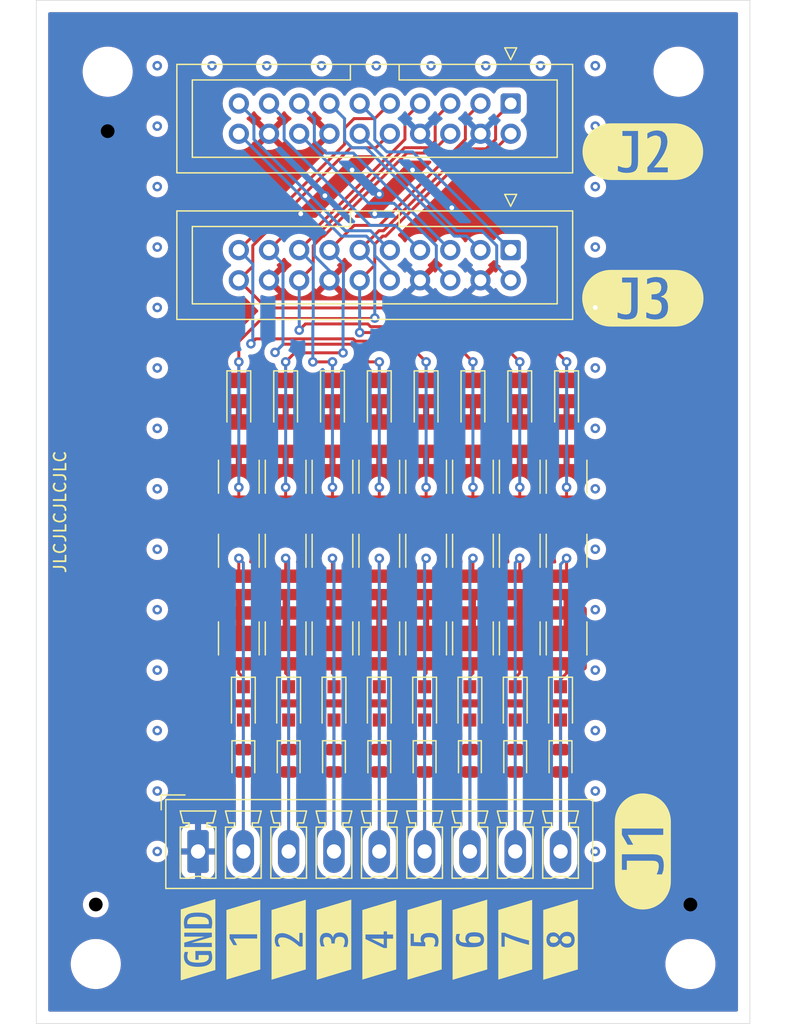
<source format=kicad_pcb>
(kicad_pcb (version 20211014) (generator pcbnew)
  (layers (0 "F.Cu" signal) (31 "B.Cu" signal) (34 "B.Paste" user) (35 "F.Paste" user) (36 "B.SilkS" user "B.Silkscreen") (37 "F.SilkS" user "F.Silkscreen") (38 "B.Mask" user) (39 "F.Mask" user) (44 "Edge.Cuts" user))
  (net 0 "")
  (net 1 "D0")
  (net 2 "D1")
  (net 3 "D2")
  (net 4 "D3")
  (net 5 "D4")
  (net 6 "D8")
  (net 7 "D9")
  (net 8 "D10")
  (net 9 "D11")
  (net 10 "D12")
  (net 11 "D5")
  (net 12 "GND")
  (net 13 "D6")
  (net 14 "D7")
  (net 15 "D13")
  (net 16 "D14")
  (net 17 "D15")
  (net 18 "Net-(D10-Pad1)")
  (net 19 "Net-(D11-Pad1)")
  (net 20 "Net-(D13-Pad1)")
  (net 21 "Net-(D14-Pad1)")
  (net 22 "Net-(D16-Pad1)")
  (net 23 "I24-7")
  (net 24 "I24-6")
  (net 25 "I24-5")
  (net 26 "I24-4")
  (net 27 "I24-3")
  (net 28 "I24-2")
  (net 29 "I24-1")
  (net 30 "I24-0")
  (net 31 "Net-(D17-Pad1)")
  (net 32 "Net-(D1-Pad1)")
  (net 33 "Net-(D2-Pad1)")
  (net 34 "Net-(D4-Pad1)")
  (net 35 "Net-(D5-Pad1)")
  (net 36 "Net-(D7-Pad1)")
  (net 37 "Net-(D8-Pad1)")
  (net 38 "Net-(D19-Pad1)")
  (net 39 "Net-(D20-Pad1)")
  (net 40 "Net-(D22-Pad1)")
  (net 41 "Net-(D23-Pad1)")
  (footprint "Connector_IDC:IDC-Header_2x10_P2.54mm_Vertical" (layer "F.Cu") (at 119.888 66.675 -90)
    (fp_text reference "J2" hide)
    (fp_text value "Conn_02x10_Odd_Even")
  )
  (footprint "Connector_Phoenix_MC:PhoenixContact_MCV_1,5_9-G-3.81_1x09_P3.81mm_Vertical" (layer "F.Cu") (at 93.599 129.54)
    (fp_text reference "J1" hide)
    (fp_text value "Screw_Terminal_01x09")
  )
  (footprint "Connector_IDC:IDC-Header_2x10_P2.54mm_Vertical" (layer "F.Cu") (at 119.888 78.994 -90)
    (fp_text reference "J3" hide)
    (fp_text value "Conn_02x10_Odd_Even")
  )
  (footprint "MountingHole:MountingHole_3.2mm_M3" (layer "F.Cu") (at 86 64)
    (fp_text reference "H3" hide)
    (fp_text value "MountingHole")
  )
  (footprint "MountingHole:MountingHole_3.2mm_M3" (layer "F.Cu") (at 85 139)
    (fp_text reference "H1" hide)
    (fp_text value "MountingHole")
  )
  (footprint "MountingHole:MountingHole_3.2mm_M3" (layer "F.Cu") (at 134 64)
    (fp_text reference "H4" hide)
    (fp_text value "MountingHole")
  )
  (footprint "MountingHole:MountingHole_3.2mm_M3" (layer "F.Cu") (at 135 139)
    (fp_text reference "H2" hide)
    (fp_text value "MountingHole")
  )
  (footprint "Resistor_SMD:R_1812_4532Metric" (layer "F.Cu") (at 112.776 98.044 -90)
    (fp_text reference "R2" hide)
    (fp_text value "1k")
  )
  (footprint "kibuzzard-62FC79BD" (layer "F.Cu") (at 124.079 136.9568 90)
    (fp_text reference "kibuzzard-62FC79BD" hide)
    (fp_text value "G***" hide)
  )
  (footprint "Diode_SMD:D_MiniMELF" (layer "F.Cu") (at 108.839 91.694 -90)
    (fp_text reference "D19" hide)
    (fp_text value "5,6V")
  )
  (footprint "Resistor_SMD:R_1812_4532Metric" (layer "F.Cu") (at 100.965 98.044 -90)
    (fp_text reference "R10" hide)
    (fp_text value "1k")
  )
  (footprint "Diode_SMD:D_MiniMELF" (layer "F.Cu") (at 120.65 91.694 -90)
    (fp_text reference "D24" hide)
    (fp_text value "5,6V")
  )
  (footprint "Resistor_SMD:R_1812_4532Metric" (layer "F.Cu") (at 120.65 98.044 -90)
    (fp_text reference "R16" hide)
    (fp_text value "1k")
  )
  (footprint "Diode_SMD:D_0805_2012Metric" (layer "F.Cu") (at 116.459 121.92 -90)
    (fp_text reference "D11" hide)
    (fp_text value "R")
  )
  (footprint "Resistor_SMD:R_1812_4532Metric" (layer "F.Cu") (at 108.839 111.633 -90)
    (fp_text reference "R7" hide)
    (fp_text value "3.9k")
  )
  (footprint "Resistor_SMD:R_1812_4532Metric" (layer "F.Cu") (at 100.965 104.267 -90)
    (fp_text reference "R11" hide)
    (fp_text value "3.9k")
  )
  (footprint "Diode_SMD:D_MiniMELF" (layer "F.Cu") (at 100.965 91.694 -90)
    (fp_text reference "D17" hide)
    (fp_text value "5,6V")
  )
  (footprint "Diode_SMD:D_0805_2012Metric" (layer "F.Cu") (at 120.269 121.92 -90)
    (fp_text reference "D14" hide)
    (fp_text value "R")
  )
  (footprint "kibuzzard-62FC7CD0" (layer "F.Cu") (at 131 129.54 90)
    (fp_text reference "kibuzzard-62FC7CD0" hide)
    (fp_text value "G***" hide)
  )
  (footprint "Resistor_SMD:R_1812_4532Metric" (layer "F.Cu") (at 97.028 98.044 -90)
    (fp_text reference "R14" hide)
    (fp_text value "1k")
  )
  (footprint "Resistor_SMD:R_1812_4532Metric" (layer "F.Cu") (at 104.902 104.267 -90)
    (fp_text reference "R8" hide)
    (fp_text value "3.9k")
  )
  (footprint "Diode_SMD:D_MiniMELF" (layer "F.Cu") (at 104.902 91.694 -90)
    (fp_text reference "D18" hide)
    (fp_text value "5,6V")
  )
  (footprint "kibuzzard-62FC79A9" (layer "F.Cu") (at 112.649 136.9568 90)
    (fp_text reference "kibuzzard-62FC79A9" hide)
    (fp_text value "G***" hide)
  )
  (footprint "Diode_SMD:D_MiniMELF" (layer "F.Cu") (at 97.028 91.694 -90)
    (fp_text reference "D21" hide)
    (fp_text value "5,6V")
  )
  (footprint "Diode_SMD:D_SOD-123F" (layer "F.Cu") (at 101.219 117.094 -90)
    (fp_text reference "D1" hide)
    (fp_text value "D")
  )
  (footprint "kibuzzard-62FC799A" (layer "F.Cu") (at 108.839 136.9568 90)
    (fp_text reference "kibuzzard-62FC799A" hide)
    (fp_text value "G***" hide)
  )
  (footprint "kibuzzard-62FC7920" (layer "F.Cu") (at 93.599 136.9568 90)
    (fp_text reference "kibuzzard-62FC7920" hide)
    (fp_text value "G***" hide)
  )
  (footprint "Resistor_SMD:R_1812_4532Metric" (layer "F.Cu") (at 104.902 98.044 -90)
    (fp_text reference "R1" hide)
    (fp_text value "1k")
  )
  (footprint "kibuzzard-62FC794D" (layer "F.Cu") (at 97.409 136.9568 90)
    (fp_text reference "kibuzzard-62FC794D" hide)
    (fp_text value "G***" hide)
  )
  (footprint "MountingHole:MountingHole_2.1mm" (layer "F.Cu") (at 85 134)
    (fp_text reference "REF**" hide)
    (fp_text value "MountingHole_2.1mm")
  )
  (footprint "Diode_SMD:D_0805_2012Metric" (layer "F.Cu") (at 101.219 121.92 -90)
    (fp_text reference "D2" hide)
    (fp_text value "R")
  )
  (footprint "Resistor_SMD:R_1812_4532Metric" (layer "F.Cu") (at 112.776 104.267 -90)
    (fp_text reference "R3" hide)
    (fp_text value "3.9k")
  )
  (footprint "kibuzzard-62FC79B6" (layer "F.Cu") (at 120.269 136.9568 90)
    (fp_text reference "kibuzzard-62FC79B6" hide)
    (fp_text value "G***" hide)
  )
  (footprint "kibuzzard-62FC7940" (layer "F.Cu") (at 101.219 136.9568 90)
    (fp_text reference "kibuzzard-62FC7940" hide)
    (fp_text value "G***" hide)
  )
  (footprint "Resistor_SMD:R_1812_4532Metric" (layer "F.Cu") (at 124.587 98.044 -90)
    (fp_text reference "R19" hide)
    (fp_text value "1k")
  )
  (footprint "Resistor_SMD:R_1812_4532Metric" (layer "F.Cu") (at 120.65 111.633 -90)
    (fp_text reference "R23" hide)
    (fp_text value "3.9k")
  )
  (footprint "Diode_SMD:D_0805_2012Metric" (layer "F.Cu") (at 105.029 121.92 -90)
    (fp_text reference "D8" hide)
    (fp_text value "R")
  )
  (footprint "Resistor_SMD:R_1812_4532Metric" (layer "F.Cu") (at 116.713 104.267 -90)
    (fp_text reference "R21" hide)
    (fp_text value "3.9k")
  )
  (footprint "kibuzzard-62FC79AF" (layer "F.Cu") (at 116.459 136.9568 90)
    (fp_text reference "kibuzzard-62FC79AF" hide)
    (fp_text value "G***" hide)
  )
  (footprint "Resistor_SMD:R_1812_4532Metric" (layer "F.Cu") (at 116.713 98.044 -90)
    (fp_text reference "R22" hide)
    (fp_text value "1k")
  )
  (footprint "kibuzzard-62FC7992" (layer "F.Cu") (at 105.029 136.9568 90)
    (fp_text reference "kibuzzard-62FC7992" hide)
    (fp_text value "G***" hide)
  )
  (footprint "Resistor_SMD:R_1812_4532Metric" (layer "F.Cu") (at 97.028 111.633 -90)
    (fp_text reference "R12" hide)
    (fp_text value "3.9k")
  )
  (footprint "Diode_SMD:D_SOD-123F" (layer "F.Cu") (at 120.269 117.094 -90)
    (fp_text reference "D15" hide)
    (fp_text value "D")
  )
  (footprint "Diode_SMD:D_MiniMELF" (layer "F.Cu") (at 112.776 91.694 -90)
    (fp_text reference "D20" hide)
    (fp_text value "5,6V")
  )
  (footprint "kibuzzard-62FC7D6D" (layer "F.Cu") (at 131 70.722437)
    (fp_text reference "kibuzzard-62FC7D6D" hide)
    (fp_text value "G***" hide)
  )
  (footprint "Diode_SMD:D_MiniMELF" (layer "F.Cu") (at 116.713 91.694 -90)
    (fp_text reference "D23" hide)
    (fp_text value "5,6V")
  )
  (footprint "Diode_SMD:D_SOD-123F" (layer "F.Cu") (at 124.079 117.094 -90)
    (fp_text reference "D13" hide)
    (fp_text value "D")
  )
  (footprint "Diode_SMD:D_0805_2012Metric" (layer "F.Cu") (at 124.079 121.92 -90)
    (fp_text reference "D16" hide)
    (fp_text value "R")
  )
  (footprint "MountingHole:MountingHole_2.1mm" (layer "F.Cu") (at 135 134)
    (fp_text reference "REF**" hide)
    (fp_text value "MountingHole_2.1mm")
  )
  (footprint "Diode_SMD:D_0805_2012Metric" (layer "F.Cu") (at 112.649 121.92 -90)
    (fp_text reference "D4" hide)
    (fp_text value "R")
  )
  (footprint "Diode_SMD:D_SOD-123F" (layer "F.Cu") (at 112.649 117.094 -90)
    (fp_text reference "D3" hide)
    (fp_text value "D")
  )
  (footprint "kibuzzard-62FC7D50" (layer "F.Cu") (at 131 83.041437)
    (fp_text reference "kibuzzard-62FC7D50" hide)
    (fp_text value "G***" hide)
  )
  (footprint "Resistor_SMD:R_1812_4532Metric" (layer "F.Cu") (at 104.902 111.633 -90)
    (fp_text reference "R9" hide)
    (fp_text value "3.9k")
  )
  (footprint "Diode_SMD:D_SOD-123F" (layer "F.Cu") (at 97.409 117.094 -90)
    (fp_text reference "D9" hide)
    (fp_text value "D")
  )
  (footprint "Diode_SMD:D_SOD-123F" (layer "F.Cu") (at 105.029 117.094 -90)
    (fp_text reference "D7" hide)
    (fp_text value "D")
  )
  (footprint "Diode_SMD:D_SOD-123F" (layer "F.Cu") (at 108.839 117.094 -90)
    (fp_text reference "D5" hide)
    (fp_text value "D")
  )
  (footprint "Diode_SMD:D_MiniMELF" (layer "F.Cu") (at 124.587 91.694 -90)
    (fp_text reference "D22" hide)
    (fp_text value "5,6V")
  )
  (footprint "Resistor_SMD:R_1812_4532Metric" (layer "F.Cu") (at 97.028 104.267 -90)
    (fp_text reference "R13" hide)
    (fp_text value "3.9k")
  )
  (footprint "Resistor_SMD:R_1812_4532Metric" (layer "F.Cu") (at 108.839 98.044 -90)
    (fp_text reference "R5" hide)
    (fp_text value "1k")
  )
  (footprint "Resistor_SMD:R_1812_4532Metric" (layer "F.Cu") (at 108.839 104.267 -90)
    (fp_text reference "R6" hide)
    (fp_text value "3.9k")
  )
  (footprint "Resistor_SMD:R_1812_4532Metric" (layer "F.Cu") (at 120.65 104.267 -90)
    (fp_text reference "R24" hide)
    (fp_text value "3.9k")
  )
  (footprint "Resistor_SMD:R_1812_4532Metric" (layer "F.Cu") (at 124.587 104.267 -90)
    (fp_text reference "R18" hide)
    (fp_text value "3.9k")
  )
  (footprint "Diode_SMD:D_0805_2012Metric" (layer "F.Cu") (at 97.409 121.92 -90)
    (fp_text reference "D10" hide)
    (fp_text value "R")
  )
  (footprint "Diode_SMD:D_SOD-123F" (layer "F.Cu") (at 116.459 117.094 -90)
    (fp_text reference "D12" hide)
    (fp_text value "D")
  )
  (footprint "MountingHole:MountingHole_2.1mm" (layer "F.Cu") (at 86 69)
    (fp_text reference "REF**" hide)
    (fp_text value "MountingHole_2.1mm")
  )
  (footprint "Resistor_SMD:R_1812_4532Metric" (layer "F.Cu") (at 116.713 111.633 -90)
    (fp_text reference "R20" hide)
    (fp_text value "3.9k")
  )
  (footprint "Resistor_SMD:R_1812_4532Metric" (layer "F.Cu") (at 100.965 111.633 -90)
    (fp_text reference "R15" hide)
    (fp_text value "3.9k")
  )
  (footprint "Diode_SMD:D_0805_2012Metric" (layer "F.Cu") (at 108.839 121.92 -90)
    (fp_text reference "D6" hide)
    (fp_text value "R")
  )
  (footprint "Resistor_SMD:R_1812_4532Metric" (layer "F.Cu") (at 124.587 111.633 -90)
    (fp_text reference "R17" hide)
    (fp_text value "3.9k")
  )
  (footprint "Resistor_SMD:R_1812_4532Metric" (layer "F.Cu") (at 112.776 111.633 -90)
    (fp_text reference "R4" hide)
    (fp_text value "3.9k")
  )
  (gr_line (start 140 144) (end 80 144) (layer "Edge.Cuts") (width 0.05))
  (gr_line (start 80 144) (end 80 58) (layer "Edge.Cuts") (width 0.05))
  (gr_line (start 140 58) (end 140 144) (layer "Edge.Cuts") (width 0.05))
  (gr_line (start 80 58) (end 140 58) (layer "Edge.Cuts") (width 0.05))
  (gr_text "JLCJLCJLCJLC" (at 82 101 90) (layer "F.SilkS") (effects (font (size 1 1))))
  (via (at 127 83.82) (size 0.8) (drill 0.4) (layers "F.Cu" "B.Cu") (net 0))
  (via (at 90.17 88.9) (size 0.8) (drill 0.4) (layers "F.Cu" "B.Cu") (net 0))
  (via (at 94.77375 63.5) (size 0.8) (drill 0.4) (layers "F.Cu" "B.Cu") (net 0))
  (via (at 90.17 68.58) (size 0.8) (drill 0.4) (layers "F.Cu" "B.Cu") (net 0))
  (via (at 90.17 63.5) (size 0.8) (drill 0.4) (layers "F.Cu" "B.Cu") (net 0))
  (via (at 90.17 114.3) (size 0.8) (drill 0.4) (layers "F.Cu" "B.Cu") (net 0))
  (via (at 122.39625 63.5) (size 0.8) (drill 0.4) (layers "F.Cu" "B.Cu") (net 0))
  (via (at 127 129.54) (size 0.8) (drill 0.4) (layers "F.Cu" "B.Cu") (net 0))
  (via (at 108.585 63.5) (size 0.8) (drill 0.4) (layers "F.Cu" "B.Cu") (net 0))
  (via (at 127 88.9) (size 0.8) (drill 0.4) (layers "F.Cu" "B.Cu") (net 0))
  (via (at 90.17 78.74) (size 0.8) (drill 0.4) (layers "F.Cu" "B.Cu") (net 0))
  (via (at 127 63.5) (size 0.8) (drill 0.4) (layers "F.Cu" "B.Cu") (net 0))
  (via (at 90.17 99.06) (size 0.8) (drill 0.4) (layers "F.Cu" "B.Cu") (net 0))
  (via (at 90.17 124.46) (size 0.8) (drill 0.4) (layers "F.Cu" "B.Cu") (net 0))
  (via (at 90.17 83.82) (size 0.8) (drill 0.4) (layers "F.Cu" "B.Cu") (net 0))
  (via (at 127 73.66) (size 0.8) (drill 0.4) (layers "F.Cu" "B.Cu") (net 0))
  (via (at 127 68.58) (size 0.8) (drill 0.4) (layers "F.Cu" "B.Cu") (net 0))
  (via (at 90.17 109.22) (size 0.8) (drill 0.4) (layers "F.Cu" "B.Cu") (net 0))
  (via (at 127 114.3) (size 0.8) (drill 0.4) (layers "F.Cu" "B.Cu") (net 0))
  (via (at 127 63.5) (size 0.8) (drill 0.4) (layers "F.Cu" "B.Cu") (net 0))
  (via (at 99.3775 63.5) (size 0.8) (drill 0.4) (layers "F.Cu" "B.Cu") (net 0))
  (via (at 90.17 129.54) (size 0.8) (drill 0.4) (layers "F.Cu" "B.Cu") (net 0))
  (via (at 90.17 93.98) (size 0.8) (drill 0.4) (layers "F.Cu" "B.Cu") (net 0))
  (via (at 127 119.38) (size 0.8) (drill 0.4) (layers "F.Cu" "B.Cu") (net 0))
  (via (at 90.17 119.38) (size 0.8) (drill 0.4) (layers "F.Cu" "B.Cu") (net 0))
  (via (at 127 93.98) (size 0.8) (drill 0.4) (layers "F.Cu" "B.Cu") (net 0))
  (via (at 127 109.22) (size 0.8) (drill 0.4) (layers "F.Cu" "B.Cu") (net 0))
  (via (at 103.98125 63.5) (size 0.8) (drill 0.4) (layers "F.Cu" "B.Cu") (net 0))
  (via (at 90.17 73.66) (size 0.8) (drill 0.4) (layers "F.Cu" "B.Cu") (net 0))
  (via (at 90.17 104.14) (size 0.8) (drill 0.4) (layers "F.Cu" "B.Cu") (net 0))
  (via (at 127 99.06) (size 0.8) (drill 0.4) (layers "F.Cu" "B.Cu") (net 0))
  (via (at 113.18875 63.5) (size 0.8) (drill 0.4) (layers "F.Cu" "B.Cu") (net 0))
  (via (at 127 124.46) (size 0.8) (drill 0.4) (layers "F.Cu" "B.Cu") (net 0))
  (via (at 117.7925 63.5) (size 0.8) (drill 0.4) (layers "F.Cu" "B.Cu") (net 0))
  (via (at 127 104.14) (size 0.8) (drill 0.4) (layers "F.Cu" "B.Cu") (net 0))
  (via (at 108.585 63.5) (size 0.8) (drill 0.4) (layers "F.Cu" "B.Cu") (net 0))
  (via (at 127 78.74) (size 0.8) (drill 0.4) (layers "F.Cu" "B.Cu") (net 0))
  (segment (start 97.028 88.392) (end 97.028 86.683996) (width 0.25) (layer "F.Cu") (net 1))
  (segment (start 97.028 86.683996) (end 98.960999 84.750997) (width 0.25) (layer "F.Cu") (net 1))
  (segment (start 108.813012 77.368988) (end 109.192601 77.368988) (width 0.25) (layer "F.Cu") (net 1))
  (segment (start 118.618 67.945) (end 119.888 66.675) (width 0.25) (layer "F.Cu") (net 1))
  (segment (start 109.192601 77.368988) (end 116.076589 70.485) (width 0.25) (layer "F.Cu") (net 1))
  (segment (start 97.028 89.944) (end 97.028 88.392) (width 0.25) (layer "F.Cu") (net 1))
  (segment (start 116.076589 70.485) (end 117.817002 70.485) (width 0.25) (layer "F.Cu") (net 1))
  (segment (start 97.028 102.1295) (end 97.028 100.1815) (width 0.25) (layer "F.Cu") (net 1))
  (segment (start 106.012999 84.750997) (end 108.416003 84.750997) (width 0.25) (layer "F.Cu") (net 1))
  (segment (start 108.416003 84.750997) (end 108.458 84.709) (width 0.25) (layer "F.Cu") (net 1))
  (segment (start 107.188 78.994) (end 108.813012 77.368988) (width 0.25) (layer "F.Cu") (net 1))
  (segment (start 98.960999 84.750997) (end 106.012999 84.750997) (width 0.25) (layer "F.Cu") (net 1))
  (segment (start 118.618 69.684002) (end 118.618 67.945) (width 0.25) (layer "F.Cu") (net 1))
  (segment (start 117.817002 70.485) (end 118.618 69.684002) (width 0.25) (layer "F.Cu") (net 1))
  (segment (start 97.028 100.1815) (end 97.028 98.933) (width 0.25) (layer "F.Cu") (net 1))
  (via locked (at 97.028 88.392) (size 0.8) (drill 0.4) (layers "F.Cu" "B.Cu") (net 1))
  (via (at 97.028 98.933) (size 0.8) (drill 0.4) (layers "F.Cu" "B.Cu") (net 1))
  (via (at 108.458 84.709) (size 0.8) (drill 0.4) (layers "F.Cu" "B.Cu") (net 1))
  (segment (start 108.458 84.709) (end 108.458 80.264) (width 0.25) (layer "B.Cu") (net 1))
  (segment (start 97.028 98.933) (end 97.028 88.392) (width 0.25) (layer "B.Cu") (net 1))
  (segment (start 108.458 80.264) (end 107.188 78.994) (width 0.25) (layer "B.Cu") (net 1))
  (segment (start 100.965 102.1295) (end 100.965 100.1815) (width 0.25) (layer "F.Cu") (net 2))
  (segment (start 116.078 69.684002) (end 116.078 67.945) (width 0.25) (layer "F.Cu") (net 2))
  (segment (start 106.723023 76.918977) (end 108.843025 76.918977) (width 0.25) (layer "F.Cu") (net 2))
  (segment (start 104.648 78.994) (end 106.723023 76.918977) (width 0.25) (layer "F.Cu") (net 2))
  (segment (start 101.727 87.63) (end 105.791 87.63) (width 0.25) (layer "F.Cu") (net 2))
  (segment (start 116.078 67.945) (end 117.348 66.675) (width 0.25) (layer "F.Cu") (net 2))
  (segment (start 100.965 98.933) (end 100.965 100.1815) (width 0.25) (layer "F.Cu") (net 2))
  (segment (start 108.843025 76.918977) (end 116.078 69.684002) (width 0.25) (layer "F.Cu") (net 2))
  (segment (start 100.965 89.944) (end 100.965 88.392) (width 0.25) (layer "F.Cu") (net 2))
  (segment (start 100.965 88.392) (end 101.727 87.63) (width 0.25) (layer "F.Cu") (net 2))
  (via locked (at 100.965 88.392) (size 0.8) (drill 0.4) (layers "F.Cu" "B.Cu") (net 2))
  (via locked (at 100.965 98.933) (size 0.8) (drill 0.4) (layers "F.Cu" "B.Cu") (net 2))
  (via (at 105.791 87.63) (size 0.8) (drill 0.4) (layers "F.Cu" "B.Cu") (net 2))
  (segment (start 105.823001 83.533999) (end 105.823001 80.169001) (width 0.25) (layer "B.Cu") (net 2))
  (segment (start 100.965 98.933) (end 100.965 88.392) (width 0.25) (layer "B.Cu") (net 2))
  (segment (start 105.791 87.63) (end 105.791 83.566) (width 0.25) (layer "B.Cu") (net 2))
  (segment (start 105.823001 80.169001) (end 104.648 78.994) (width 0.25) (layer "B.Cu") (net 2))
  (segment (start 105.791 83.566) (end 105.823001 83.533999) (width 0.25) (layer "B.Cu") (net 2))
  (segment (start 113.538 69.848604) (end 113.538 67.945) (width 0.25) (layer "F.Cu") (net 3))
  (segment (start 103.985601 77.368988) (end 110.964577 70.390012) (width 0.25) (layer "F.Cu") (net 3))
  (segment (start 102.108 78.994) (end 103.733012 77.368988) (width 0.25) (layer "F.Cu") (net 3))
  (segment (start 113.538 67.945) (end 114.808 66.675) (width 0.25) (layer "F.Cu") (net 3))
  (segment (start 104.902 88.392) (end 103.251 88.392) (width 0.25) (layer "F.Cu") (net 3))
  (segment (start 104.902 102.1295) (end 104.902 100.1815) (width 0.25) (layer "F.Cu") (net 3))
  (segment (start 103.733012 77.368988) (end 103.985601 77.368988) (width 0.25) (layer "F.Cu") (net 3))
  (segment (start 110.964577 70.390012) (end 112.996592 70.390012) (width 0.25) (layer "F.Cu") (net 3))
  (segment (start 104.902 89.944) (end 104.902 88.392) (width 0.25) (layer "F.Cu") (net 3))
  (segment (start 104.902 98.933) (end 104.902 100.1815) (width 0.25) (layer "F.Cu") (net 3))
  (segment (start 112.996592 70.390012) (end 113.538 69.848604) (width 0.25) (layer "F.Cu") (net 3))
  (via locked (at 104.902 88.392) (size 0.8) (drill 0.4) (layers "F.Cu" "B.Cu") (net 3))
  (via locked (at 104.902 98.933) (size 0.8) (drill 0.4) (layers "F.Cu" "B.Cu") (net 3))
  (via locked (at 103.251 88.392) (size 0.8) (drill 0.4) (layers "F.Cu" "B.Cu") (net 3))
  (segment (start 103.251 88.392) (end 103.251 85.09) (width 0.25) (layer "B.Cu") (net 3))
  (segment (start 103.251 85.09) (end 103.283001 85.057999) (width 0.25) (layer "B.Cu") (net 3))
  (segment (start 102.108 78.994) (end 103.283001 80.169001) (width 0.25) (layer "B.Cu") (net 3))
  (segment (start 103.283001 80.169001) (end 103.283001 85.057999) (width 0.25) (layer "B.Cu") (net 3))
  (segment (start 104.902 88.392) (end 104.902 98.933) (width 0.25) (layer "B.Cu") (net 3))
  (segment (start 106.457567 86.904998) (end 100.764012 86.904998) (width 0.25) (layer "F.Cu") (net 4))
  (segment (start 110.998 67.945) (end 112.268 66.675) (width 0.25) (layer "F.Cu") (net 4))
  (segment (start 101.643023 76.918977) (end 103.763025 76.918977) (width 0.25) (layer "F.Cu") (net 4))
  (segment (start 108.839 89.944) (end 108.839 88.392) (width 0.25) (layer "F.Cu") (net 4))
  (segment (start 103.763025 76.918977) (end 110.998 69.684002) (width 0.25) (layer "F.Cu") (net 4))
  (segment (start 108.839 100.1815) (end 108.839 102.1295) (width 0.25) (layer "F.Cu") (net 4))
  (segment (start 108.839 88.392) (end 107.944569 88.392) (width 0.25) (layer "F.Cu") (net 4))
  (segment (start 100.764012 86.904998) (end 100.076 87.59301) (width 0.25) (layer "F.Cu") (net 4))
  (segment (start 107.944569 88.392) (end 106.457567 86.904998) (width 0.25) (layer "F.Cu") (net 4))
  (segment (start 110.998 69.684002) (end 110.998 67.945) (width 0.25) (layer "F.Cu") (net 4))
  (segment (start 99.568 78.994) (end 101.643023 76.918977) (width 0.25) (layer "F.Cu") (net 4))
  (segment (start 108.839 98.933) (end 108.839 100.1815) (width 0.25) (layer "F.Cu") (net 4))
  (via (at 100.076 87.59301) (size 0.8) (drill 0.4) (layers "F.Cu" "B.Cu") (net 4))
  (via locked (at 108.839 98.933) (size 0.8) (drill 0.4) (layers "F.Cu" "B.Cu") (net 4))
  (via locked (at 108.839 88.392) (size 0.8) (drill 0.4) (layers "F.Cu" "B.Cu") (net 4))
  (segment (start 100.743001 86.926009) (end 100.076 87.59301) (width 0.25) (layer "B.Cu") (net 4))
  (segment (start 100.743001 80.169001) (end 100.743001 86.926009) (width 0.25) (layer "B.Cu") (net 4))
  (segment (start 108.839 88.392) (end 108.839 98.933) (width 0.25) (layer "B.Cu") (net 4))
  (segment (start 99.568 78.994) (end 100.743001 80.169001) (width 0.25) (layer "B.Cu") (net 4))
  (segment (start 106.718998 67.945) (end 108.458 67.945) (width 0.25) (layer "F.Cu") (net 5))
  (segment (start 105.918 68.745998) (end 106.718998 67.945) (width 0.25) (layer "F.Cu") (net 5))
  (segment (start 112.776 88.392) (end 112.776 89.944) (width 0.25) (layer "F.Cu") (net 5))
  (segment (start 98.457013 86.454987) (end 98.044 86.868) (width 0.25) (layer "F.Cu") (net 5))
  (segment (start 112.776 100.1815) (end 112.776 102.1295) (width 0.25) (layer "F.Cu") (net 5))
  (segment (start 97.028 78.994) (end 105.918 70.104) (width 0.25) (layer "F.Cu") (net 5))
  (segment (start 105.918 70.104) (end 105.918 68.745998) (width 0.25) (layer "F.Cu") (net 5))
  (segment (start 111.035019 86.651019) (end 106.839999 86.651019) (width 0.25) (layer "F.Cu") (net 5))
  (segment (start 112.776 88.392) (end 111.035019 86.651019) (width 0.25) (layer "F.Cu") (net 5))
  (segment (start 106.839999 86.651019) (end 106.643967 86.454987) (width 0.25) (layer "F.Cu") (net 5))
  (segment (start 106.643967 86.454987) (end 98.457013 86.454987) (width 0.25) (layer "F.Cu") (net 5))
  (segment (start 108.458 67.945) (end 109.728 66.675) (width 0.25) (layer "F.Cu") (net 5))
  (segment (start 112.776 98.933) (end 112.776 100.1815) (width 0.25) (layer "F.Cu") (net 5))
  (via locked (at 112.776 88.392) (size 0.8) (drill 0.4) (layers "F.Cu" "B.Cu") (net 5))
  (via (at 98.044 86.868) (size 0.8) (drill 0.4) (layers "F.Cu" "B.Cu") (net 5))
  (via (at 112.776 98.933) (size 0.8) (drill 0.4) (layers "F.Cu" "B.Cu") (net 5))
  (segment (start 98.044 86.868) (end 98.203001 86.708999) (width 0.25) (layer "B.Cu") (net 5))
  (segment (start 112.776 88.392) (end 112.776 98.933) (width 0.25) (layer "B.Cu") (net 5))
  (segment (start 98.203001 80.169001) (end 97.028 78.994) (width 0.25) (layer "B.Cu") (net 5))
  (segment (start 98.203001 86.708999) (end 98.203001 80.169001) (width 0.25) (layer "B.Cu") (net 5))
  (segment (start 107.188 66.675) (end 108.458 67.945) (width 0.25) (layer "B.Cu") (net 6))
  (segment (start 108.458 67.945) (end 108.458 69.723) (width 0.25) (layer "B.Cu") (net 6))
  (segment (start 109.474 70.739) (end 111.633 70.739) (width 0.25) (layer "B.Cu") (net 6))
  (segment (start 108.458 69.723) (end 109.474 70.739) (width 0.25) (layer "B.Cu") (net 6))
  (segment (start 111.633 70.739) (end 119.888 78.994) (width 0.25) (layer "B.Cu") (net 6))
  (segment (start 107.726591 70.390001) (end 106.541 70.390001) (width 0.25) (layer "B.Cu") (net 7))
  (segment (start 117.348 78.994) (end 116.172999 77.818999) (width 0.25) (layer "B.Cu") (net 7))
  (segment (start 105.918 67.945) (end 104.648 66.675) (width 0.25) (layer "B.Cu") (net 7))
  (segment (start 105.918 69.767001) (end 105.918 67.945) (width 0.25) (layer "B.Cu") (net 7))
  (segment (start 115.155588 77.818999) (end 107.726591 70.390001) (width 0.25) (layer "B.Cu") (net 7))
  (segment (start 106.541 70.390001) (end 105.918 69.767001) (width 0.25) (layer "B.Cu") (net 7))
  (segment (start 116.172999 77.818999) (end 115.155588 77.818999) (width 0.25) (layer "B.Cu") (net 7))
  (segment (start 104.369408 70.840012) (end 103.378 69.848604) (width 0.25) (layer "B.Cu") (net 8))
  (segment (start 106.654012 70.840012) (end 104.369408 70.840012) (width 0.25) (layer "B.Cu") (net 8))
  (segment (start 103.378 69.848604) (end 103.378 67.945) (width 0.25) (layer "B.Cu") (net 8))
  (segment (start 114.808 78.994) (end 106.654012 70.840012) (width 0.25) (layer "B.Cu") (net 8))
  (segment (start 103.378 67.945) (end 102.108 66.675) (width 0.25) (layer "B.Cu") (net 8))
  (segment (start 108.072975 76.918977) (end 100.838 69.684002) (width 0.25) (layer "B.Cu") (net 9))
  (segment (start 112.268 78.994) (end 110.192977 76.918977) (width 0.25) (layer "B.Cu") (net 9))
  (segment (start 100.838 67.945) (end 99.568 66.675) (width 0.25) (layer "B.Cu") (net 9))
  (segment (start 100.838 69.684002) (end 100.838 67.945) (width 0.25) (layer "B.Cu") (net 9))
  (segment (start 110.192977 76.918977) (end 108.072975 76.918977) (width 0.25) (layer "B.Cu") (net 9))
  (segment (start 107.886579 77.368977) (end 107.886568 77.368988) (width 0.25) (layer "B.Cu") (net 10))
  (segment (start 105.982986 77.368988) (end 98.298 69.684002) (width 0.25) (layer "B.Cu") (net 10))
  (segment (start 98.298 69.684002) (end 98.298 67.945) (width 0.25) (layer "B.Cu") (net 10))
  (segment (start 109.728 78.994) (end 108.102977 77.368977) (width 0.25) (layer "B.Cu") (net 10))
  (segment (start 98.298 67.945) (end 97.028 66.675) (width 0.25) (layer "B.Cu") (net 10))
  (segment (start 107.886568 77.368988) (end 105.982986 77.368988) (width 0.25) (layer "B.Cu") (net 10))
  (segment (start 108.102977 77.368977) (end 107.886579 77.368977) (width 0.25) (layer "B.Cu") (net 10))
  (segment (start 108.458 78.486) (end 108.458 80.264) (width 0.25) (layer "F.Cu") (net 11))
  (segment (start 116.713 102.1295) (end 116.713 100.1815) (width 0.25) (layer "F.Cu") (net 11))
  (segment (start 114.247018 85.926018) (end 107.188 85.926018) (width 0.25) (layer "F.Cu") (net 11))
  (segment (start 118.168 70.935) (end 116.263 70.935) (width 0.25) (layer "F.Cu") (net 11))
  (segment (start 116.713 88.392) (end 116.713 89.944) (width 0.25) (layer "F.Cu") (net 11))
  (segment (start 116.713 88.392) (end 114.247018 85.926018) (width 0.25) (layer "F.Cu") (net 11))
  (segment (start 119.888 69.215) (end 118.168 70.935) (width 0.25) (layer "F.Cu") (net 11))
  (segment (start 116.713 98.933) (end 116.713 100.1815) (width 0.25) (layer "F.Cu") (net 11))
  (segment (start 109.379001 77.818999) (end 109.125001 77.818999) (width 0.25) (layer "F.Cu") (net 11))
  (segment (start 116.263 70.935) (end 109.379001 77.818999) (width 0.25) (layer "F.Cu") (net 11))
  (segment (start 109.125001 77.818999) (end 108.458 78.486) (width 0.25) (layer "F.Cu") (net 11))
  (segment (start 108.458 80.264) (end 107.188 81.534) (width 0.25) (layer "F.Cu") (net 11))
  (via (at 107.188 85.926018) (size 0.8) (drill 0.4) (layers "F.Cu" "B.Cu") (net 11))
  (via (at 116.713 98.933) (size 0.8) (drill 0.4) (layers "F.Cu" "B.Cu") (net 11))
  (via locked (at 116.713 88.392) (size 0.8) (drill 0.4) (layers "F.Cu" "B.Cu") (net 11))
  (segment (start 116.713 88.392) (end 116.713 98.933) (width 0.25) (layer "B.Cu") (net 11))
  (segment (start 107.188 81.534) (end 107.188 85.926018) (width 0.25) (layer "B.Cu") (net 11))
  (via (at 114.935 75.438) (size 0.8) (drill 0.4) (layers "F.Cu" "B.Cu") (net 12))
  (via (at 108.839 74.295) (size 0.8) (drill 0.4) (layers "F.Cu" "B.Cu") (net 12))
  (via (at 102.235 75.946) (size 0.8) (drill 0.4) (layers "F.Cu" "B.Cu") (net 12))
  (via (at 108.458 75.946) (size 0.8) (drill 0.4) (layers "F.Cu" "B.Cu") (net 12))
  (via (at 106.553 72.263) (size 0.8) (drill 0.4) (layers "F.Cu" "B.Cu") (net 12))
  (via (at 111.633 72.263) (size 0.8) (drill 0.4) (layers "F.Cu" "B.Cu") (net 12))
  (via (at 104.267 74.422) (size 0.8) (drill 0.4) (layers "F.Cu" "B.Cu") (net 12))
  (segment (start 103.378 79.463002) (end 103.378 77.597) (width 0.25) (layer "B.Cu") (net 12))
  (segment (start 104.648 80.733002) (end 103.378 79.463002) (width 0.25) (layer "B.Cu") (net 12))
  (segment (start 99.568 81.534) (end 99.568 80.733002) (width 0.25) (layer "B.Cu") (net 12))
  (segment (start 99.568 69.215) (end 99.568 69.723) (width 0.25) (layer "B.Cu") (net 12))
  (segment (start 104.648 81.534) (end 104.648 80.733002) (width 0.25) (layer "B.Cu") (net 12))
  (segment (start 103.283001 78.619997) (end 103.283001 80.358999) (width 0.25) (layer "F.Cu") (net 13))
  (segment (start 108.109998 85.434002) (end 117.692002 85.434002) (width 0.25) (layer "F.Cu") (net 13))
  (segment (start 104.083999 77.818999) (end 103.283001 78.619997) (width 0.25) (layer "F.Cu") (net 13))
  (segment (start 120.65 100.1815) (end 120.65 102.1295) (width 0.25) (layer "F.Cu") (net 13))
  (segment (start 113.182988 70.840012) (end 111.150988 70.840012) (width 0.25) (layer "F.Cu") (net 13))
  (segment (start 117.692002 85.434002) (end 120.65 88.392) (width 0.25) (layer "F.Cu") (net 13))
  (segment (start 120.65 98.933) (end 120.65 100.1815) (width 0.25) (layer "F.Cu") (net 13))
  (segment (start 111.150988 70.840012) (end 104.172001 77.818999) (width 0.25) (layer "F.Cu") (net 13))
  (segment (start 120.65 88.392) (end 120.65 89.944) (width 0.25) (layer "F.Cu") (net 13))
  (segment (start 107.877004 85.201008) (end 108.109998 85.434002) (width 0.25) (layer "F.Cu") (net 13))
  (segment (start 102.108 85.725) (end 102.631992 85.201008) (width 0.25) (layer "F.Cu") (net 13))
  (segment (start 103.283001 80.358999) (end 102.108 81.534) (width 0.25) (layer "F.Cu") (net 13))
  (segment (start 104.172001 77.818999) (end 104.083999 77.818999) (width 0.25) (layer "F.Cu") (net 13))
  (segment (start 102.631992 85.201008) (end 107.877004 85.201008) (width 0.25) (layer "F.Cu") (net 13))
  (segment (start 114.808 69.215) (end 113.182988 70.840012) (width 0.25) (layer "F.Cu") (net 13))
  (via (at 120.65 98.933) (size 0.8) (drill 0.4) (layers "F.Cu" "B.Cu") (net 13))
  (via locked (at 120.65 88.392) (size 0.8) (drill 0.4) (layers "F.Cu" "B.Cu") (net 13))
  (via (at 102.108 85.725) (size 0.8) (drill 0.4) (layers "F.Cu" "B.Cu") (net 13))
  (segment (start 120.65 98.933) (end 120.65 88.392) (width 0.25) (layer "B.Cu") (net 13))
  (segment (start 102.108 81.534) (end 102.108 85.725) (width 0.25) (layer "B.Cu") (net 13))
  (segment (start 124.587 98.933) (end 124.587 100.1815) (width 0.25) (layer "F.Cu") (net 14))
  (segment (start 108.552999 70.390001) (end 109.728 69.215) (width 0.25) (layer "F.Cu") (net 14))
  (segment (start 106.432997 70.390001) (end 108.552999 70.390001) (width 0.25) (layer "F.Cu") (net 14))
  (segment (start 99.350998 83.856998) (end 97.028 81.534) (width 0.25) (layer "F.Cu") (net 14))
  (segment (start 120.051998 83.856998) (end 99.350998 83.856998) (width 0.25) (layer "F.Cu") (net 14))
  (segment (start 98.203001 80.358999) (end 98.203001 78.619997) (width 0.25) (layer "F.Cu") (net 14))
  (segment (start 98.203001 78.619997) (end 106.432997 70.390001) (width 0.25) (layer "F.Cu") (net 14))
  (segment (start 124.587 102.1295) (end 124.587 100.1815) (width 0.25) (layer "F.Cu") (net 14))
  (segment (start 124.587 88.392) (end 120.051998 83.856998) (width 0.25) (layer "F.Cu") (net 14))
  (segment (start 97.028 81.534) (end 98.203001 80.358999) (width 0.25) (layer "F.Cu") (net 14))
  (segment (start 124.587 88.392) (end 124.587 89.944) (width 0.25) (layer "F.Cu") (net 14))
  (via (at 124.587 98.933) (size 0.8) (drill 0.4) (layers "F.Cu" "B.Cu") (net 14))
  (via locked (at 124.587 88.392) (size 0.8) (drill 0.4) (layers "F.Cu" "B.Cu") (net 14))
  (segment (start 124.587 88.392) (end 124.587 98.933) (width 0.25) (layer "B.Cu") (net 14))
  (segment (start 108.363001 70.390001) (end 107.188 69.215) (width 0.25) (layer "B.Cu") (net 15))
  (segment (start 115.341988 77.368988) (end 108.363001 70.390001) (width 0.25) (layer "B.Cu") (net 15))
  (segment (start 118.71299 78.619988) (end 117.46199 77.368988) (width 0.25) (layer "B.Cu") (net 15))
  (segment (start 118.71299 80.35899) (end 118.71299 78.619988) (width 0.25) (layer "B.Cu") (net 15))
  (segment (start 117.46199 77.368988) (end 115.341988 77.368988) (width 0.25) (layer "B.Cu") (net 15))
  (segment (start 119.888 81.534) (end 118.71299 80.35899) (width 0.25) (layer "B.Cu") (net 15))
  (segment (start 110.070002 75.057) (end 107.95 75.057) (width 0.25) (layer "B.Cu") (net 16))
  (segment (start 113.632999 78.619997) (end 110.070002 75.057) (width 0.25) (layer "B.Cu") (net 16))
  (segment (start 107.95 75.057) (end 102.108 69.215) (width 0.25) (layer "B.Cu") (net 16))
  (segment (start 113.632999 80.358999) (end 113.632999 78.619997) (width 0.25) (layer "B.Cu") (net 16))
  (segment (start 114.808 81.534) (end 113.632999 80.358999) (width 0.25) (layer "B.Cu") (net 16))
  (segment (start 107.75199 77.818988) (end 105.631988 77.818988) (width 0.25) (layer "B.Cu") (net 17))
  (segment (start 109.728 80.733002) (end 108.458 79.463002) (width 0.25) (layer "B.Cu") (net 17))
  (segment (start 109.728 81.534) (end 109.728 80.733002) (width 0.25) (layer "B.Cu") (net 17))
  (segment (start 108.458 78.524998) (end 107.75199 77.818988) (width 0.25) (layer "B.Cu") (net 17))
  (segment (start 108.458 79.463002) (end 108.458 78.524998) (width 0.25) (layer "B.Cu") (net 17))
  (segment (start 105.631988 77.818988) (end 98.1075 70.2945) (width 0.25) (layer "B.Cu") (net 17))
  (segment (start 98.203001 70.390001) (end 98.1075 70.2945) (width 0.25) (layer "B.Cu") (net 17))
  (segment (start 98.1075 70.2945) (end 97.028 69.215) (width 0.25) (layer "B.Cu") (net 17))
  (segment (start 105.029 118.494) (end 105.029 120.9825) (width 0.25) (layer "F.Cu") (net 18))
  (segment (start 105.029 115.694) (end 105.029 114.681) (width 0.25) (layer "F.Cu") (net 19))
  (segment (start 105.029 114.681) (end 104.902 114.554) (width 0.25) (layer "F.Cu") (net 19))
  (segment (start 104.902 114.554) (end 104.902 113.7705) (width 0.25) (layer "F.Cu") (net 19))
  (segment (start 108.839 120.9825) (end 108.839 118.494) (width 0.25) (layer "F.Cu") (net 20))
  (segment (start 108.839 115.694) (end 108.839 113.7705) (width 0.25) (layer "F.Cu") (net 21))
  (segment (start 112.649 120.9825) (end 112.649 118.494) (width 0.25) (layer "F.Cu") (net 22))
  (segment (start 124.587 104.902) (end 124.587 106.4045) (width 0.25) (layer "F.Cu") (net 23))
  (segment (start 124.079 129.54) (end 124.079 122.8575) (width 0.25) (layer "F.Cu") (net 23))
  (via (at 124.587 104.902) (size 0.8) (drill 0.4) (layers "F.Cu" "B.Cu") (net 23))
  (segment (start 124.079 105.41) (end 124.587 104.902) (width 0.25) (layer "B.Cu") (net 23))
  (segment (start 124.079 129.54) (end 124.079 105.41) (width 0.25) (layer "B.Cu") (net 23))
  (segment (start 120.269 129.54) (end 120.269 122.8575) (width 0.25) (layer "F.Cu") (net 24))
  (segment (start 120.65 104.902) (end 120.65 106.4045) (width 0.25) (layer "F.Cu") (net 24))
  (via (at 120.65 104.902) (size 0.8) (drill 0.4) (layers "F.Cu" "B.Cu") (net 24))
  (segment (start 120.269 105.283) (end 120.65 104.902) (width 0.25) (layer "B.Cu") (net 24))
  (segment (start 120.269 129.54) (end 120.269 105.283) (width 0.25) (layer "B.Cu") (net 24))
  (segment (start 116.459 129.54) (end 116.459 122.8575) (width 0.25) (layer "F.Cu") (net 25))
  (segment (start 116.713 104.902) (end 116.713 106.4045) (width 0.25) (layer "F.Cu") (net 25))
  (via (at 116.713 104.902) (size 0.8) (drill 0.4) (layers "F.Cu" "B.Cu") (net 25))
  (segment (start 116.459 129.54) (end 116.459 105.156) (width 0.25) (layer "B.Cu") (net 25))
  (segment locked (start 116.459 105.029) (end 116.586 104.902) (width 0.25) (layer "B.Cu") (net 25))
  (segment (start 116.459 105.156) (end 116.713 104.902) (width 0.25) (layer "B.Cu") (net 25))
  (segment (start 112.649 129.54) (end 112.649 122.8575) (width 0.25) (layer "F.Cu") (net 26))
  (via (at 112.776 104.902) (size 0.8) (drill 0.4) (layers "F.Cu" "B.Cu") (net 26))
  (segment (start 112.649 105.029) (end 112.776 104.902) (width 0.25) (layer "B.Cu") (net 26))
  (segment (start 112.649 129.54) (end 112.649 105.029) (width 0.25) (layer "B.Cu") (net 26))
  (segment (start 108.839 104.902) (end 108.839 106.4045) (width 0.25) (layer "F.Cu") (net 27))
  (segment (start 108.839 122.8575) (end 108.839 129.54) (width 0.25) (layer "F.Cu") (net 27))
  (via locked (at 108.839 104.902) (size 0.8) (drill 0.4) (layers "F.Cu" "B.Cu") (net 27))
  (segment (start 108.839 129.54) (end 108.839 104.902) (width 0.25) (layer "B.Cu") (net 27))
  (segment (start 104.902 104.902) (end 104.902 106.4045) (width 0.25) (layer "F.Cu") (net 28))
  (segment (start 105.029 129.54) (end 105.029 122.8575) (width 0.25) (layer "F.Cu") (net 28))
  (via (at 104.902 104.902) (size 0.8) (drill 0.4) (layers "F.Cu" "B.Cu") (net 28))
  (segment (start 105.029 129.54) (end 105.029 105.029) (width 0.25) (layer "B.Cu") (net 28))
  (segment (start 105.029 105.029) (end 104.902 104.902) (width 0.25) (layer "B.Cu") (net 28))
  (segment (start 100.965 104.902) (end 100.965 106.4045) (width 0.25) (layer "F.Cu") (net 29))
  (segment (start 101.219 129.54) (end 101.219 122.8575) (width 0.25) (layer "F.Cu") (net 29))
  (via (at 100.965 104.902) (size 0.8) (drill 0.4) (layers "F.Cu" "B.Cu") (net 29))
  (segment (start 101.219 105.156) (end 100.965 104.902) (width 0.25) (layer "B.Cu") (net 29))
  (segment (start 101.219 129.54) (end 101.219 105.156) (width 0.25) (layer "B.Cu") (net 29))
  (segment (start 97.409 122.8575) (end 97.409 129.54) (width 0.25) (layer "F.Cu") (net 30))
  (segment (start 97.028 106.4045) (end 97.028 104.902) (width 0.25) (layer "F.Cu") (net 30))
  (via locked (at 97.028 104.902) (size 0.8) (drill 0.4) (layers "F.Cu" "B.Cu") (net 30))
  (segment (start 97.409 105.283) (end 97.028 104.902) (width 0.25) (layer "B.Cu") (net 30))
  (segment (start 97.409 129.54) (end 97.409 105.283) (width 0.25) (layer "B.Cu") (net 30))
  (segment (start 112.649 115.694) (end 112.649 114.681) (width 0.25) (layer "F.Cu") (net 31))
  (segment (start 112.649 114.681) (end 112.776 114.554) (width 0.25) (layer "F.Cu") (net 31))
  (segment (start 112.776 114.554) (end 112.776 113.7705) (width 0.25) (layer "F.Cu") (net 31))
  (segment (start 97.409 120.9825) (end 97.409 118.494) (width 0.25) (layer "F.Cu") (net 32))
  (segment (start 97.028 114.554) (end 97.409 114.935) (width 0.25) (layer "F.Cu") (net 33))
  (segment (start 97.028 113.7705) (end 97.028 114.554) (width 0.25) (layer "F.Cu") (net 33))
  (segment (start 97.409 114.935) (end 97.409 115.694) (width 0.25) (layer "F.Cu") (net 33))
  (segment (start 124.079 118.494) (end 124.079 120.9825) (width 0.25) (layer "F.Cu") (net 34))
  (segment (start 124.079 115.694) (end 124.079 115.062) (width 0.25) (layer "F.Cu") (net 35))
  (segment (start 124.587 114.554) (end 124.587 113.7705) (width 0.25) (layer "F.Cu") (net 35))
  (segment (start 124.079 115.062) (end 124.587 114.554) (width 0.25) (layer "F.Cu") (net 35))
  (segment (start 101.219 120.9825) (end 101.219 118.494) (width 0.25) (layer "F.Cu") (net 36))
  (segment (start 100.965 114.554) (end 100.965 113.7705) (width 0.25) (layer "F.Cu") (net 37))
  (segment (start 101.219 114.808) (end 100.965 114.554) (width 0.25) (layer "F.Cu") (net 37))
  (segment (start 101.219 115.694) (end 101.219 114.808) (width 0.25) (layer "F.Cu") (net 37))
  (segment (start 116.459 118.494) (end 116.459 120.9825) (width 0.25) (layer "F.Cu") (net 38))
  (segment (start 116.459 115.694) (end 116.459 114.808) (width 0.25) (layer "F.Cu") (net 39))
  (segment (start 116.713 114.554) (end 116.713 113.7705) (width 0.25) (layer "F.Cu") (net 39))
  (segment (start 116.459 114.808) (end 116.713 114.554) (width 0.25) (layer "F.Cu") (net 39))
  (segment (start 120.269 120.9825) (end 120.269 118.494) (width 0.25) (layer "F.Cu") (net 40))
  (segment (start 120.269 114.935) (end 120.65 114.554) (width 0.25) (layer "F.Cu") (net 41))
  (segment (start 120.65 114.554) (end 120.65 113.7705) (width 0.25) (layer "F.Cu") (net 41))
  (segment (start 120.269 115.694) (end 120.269 114.935) (width 0.25) (layer "F.Cu") (net 41))
  (zone (net 12) (net_name "GND") (layer "F.Cu") (connect_pads (clearance 0.508)) (min_thickness 0.254) (fill yes (thermal_gap 0.508) (thermal_bridge_width 0.508))
    (polygon (pts (xy 139 59) (xy 139 143) (xy 81 143) (xy 81 59)))
  )
  (zone (net 12) (net_name "GND") (layer "B.Cu") (connect_pads (clearance 0.508)) (min_thickness 0.254) (fill yes (thermal_gap 0.508) (thermal_bridge_width 0.508))
    (polygon (pts (xy 139 143) (xy 81 143) (xy 81 59) (xy 139 59)))
  )
)
</source>
